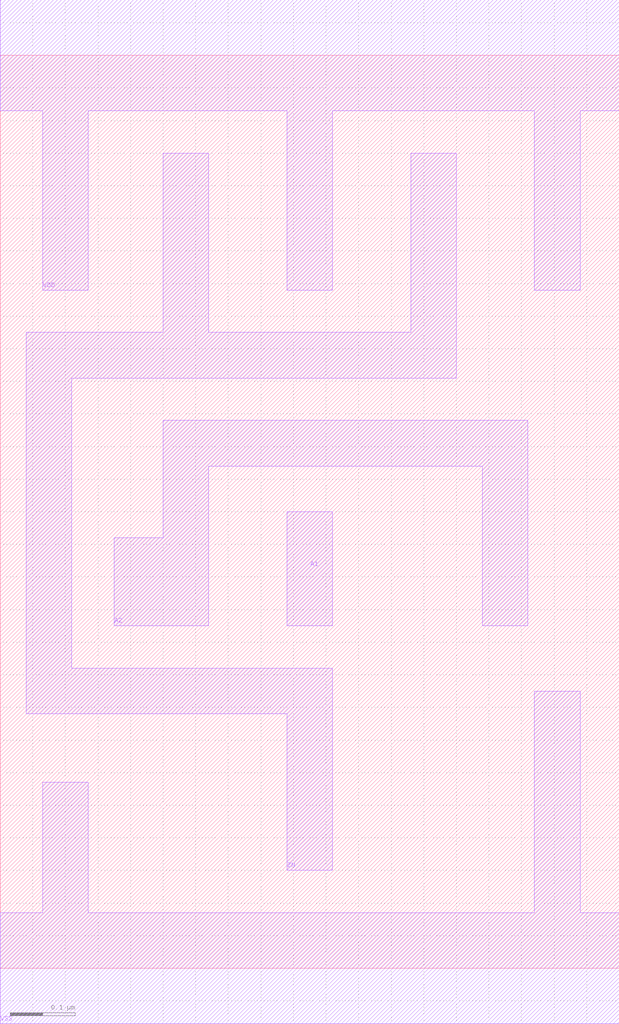
<source format=lef>
# 
# ******************************************************************************
# *                                                                            *
# *                   Copyright (C) 2004-2010, Nangate Inc.                    *
# *                           All rights reserved.                             *
# *                                                                            *
# * Nangate and the Nangate logo are trademarks of Nangate Inc.                *
# *                                                                            *
# * All trademarks, logos, software marks, and trade names (collectively the   *
# * "Marks") in this program are proprietary to Nangate or other respective    *
# * owners that have granted Nangate the right and license to use such Marks.  *
# * You are not permitted to use the Marks without the prior written consent   *
# * of Nangate or such third party that may own the Marks.                     *
# *                                                                            *
# * This file has been provided pursuant to a License Agreement containing     *
# * restrictions on its use. This file contains valuable trade secrets and     *
# * proprietary information of Nangate Inc., and is protected by U.S. and      *
# * international laws and/or treaties.                                        *
# *                                                                            *
# * The copyright notice(s) in this file does not indicate actual or intended  *
# * publication of this file.                                                  *
# *                                                                            *
# *     NGLibraryCreator, v2010.08-HR32-SP3-2010-08-05 - build 1009061800      *
# *                                                                            *
# ******************************************************************************
# 
# 
# Running on brazil06.nangate.com.br for user Giancarlo Franciscatto (gfr).
# Local time is now Fri, 3 Dec 2010, 19:32:18.
# Main process id is 27821.

VERSION 5.6 ;
BUSBITCHARS "[]" ;
DIVIDERCHAR "/" ;

MACRO NAND2_X2
  CLASS core ;
  FOREIGN NAND2_X2 0.0 0.0 ;
  ORIGIN 0 0 ;
  SYMMETRY X Y ;
  SITE FreePDK45_38x28_10R_NP_162NW_34O ;
  SIZE 0.95 BY 1.4 ;
  PIN A1
    DIRECTION INPUT ;
    ANTENNAPARTIALMETALAREA 0.01225 LAYER metal1 ;
    ANTENNAPARTIALMETALSIDEAREA 0.0637 LAYER metal1 ;
    ANTENNAGATEAREA 0.1045 ;
    PORT
      LAYER metal1 ;
        POLYGON 0.44 0.525 0.51 0.525 0.51 0.7 0.44 0.7  ;
    END
  END A1
  PIN A2
    DIRECTION INPUT ;
    ANTENNAPARTIALMETALAREA 0.083625 LAYER metal1 ;
    ANTENNAPARTIALMETALSIDEAREA 0.3107 LAYER metal1 ;
    ANTENNAGATEAREA 0.1045 ;
    PORT
      LAYER metal1 ;
        POLYGON 0.175 0.525 0.32 0.525 0.32 0.77 0.74 0.77 0.74 0.525 0.81 0.525 0.81 0.84 0.25 0.84 0.25 0.66 0.175 0.66  ;
    END
  END A2
  PIN ZN
    DIRECTION OUTPUT ;
    ANTENNAPARTIALMETALAREA 0.16555 LAYER metal1 ;
    ANTENNAPARTIALMETALSIDEAREA 0.6331 LAYER metal1 ;
    ANTENNADIFFAREA 0.2345 ;
    PORT
      LAYER metal1 ;
        POLYGON 0.11 0.905 0.7 0.905 0.7 1.25 0.63 1.25 0.63 0.975 0.32 0.975 0.32 1.25 0.25 1.25 0.25 0.975 0.04 0.975 0.04 0.39 0.44 0.39 0.44 0.15 0.51 0.15 0.51 0.46 0.11 0.46  ;
    END
  END ZN
  PIN VDD
    DIRECTION INOUT ;
    USE power ;
    SHAPE ABUTMENT ;
    PORT
      LAYER metal1 ;
        POLYGON 0 1.315 0.065 1.315 0.065 1.04 0.135 1.04 0.135 1.315 0.44 1.315 0.44 1.04 0.51 1.04 0.51 1.315 0.82 1.315 0.82 1.04 0.89 1.04 0.89 1.315 0.95 1.315 0.95 1.485 0 1.485  ;
    END
  END VDD
  PIN VSS
    DIRECTION INOUT ;
    USE ground ;
    SHAPE ABUTMENT ;
    PORT
      LAYER metal1 ;
        POLYGON 0 -0.085 0.95 -0.085 0.95 0.085 0.89 0.085 0.89 0.425 0.82 0.425 0.82 0.085 0.135 0.085 0.135 0.285 0.065 0.285 0.065 0.085 0 0.085  ;
    END
  END VSS
END NAND2_X2

END LIBRARY
#
# End of file
#

</source>
